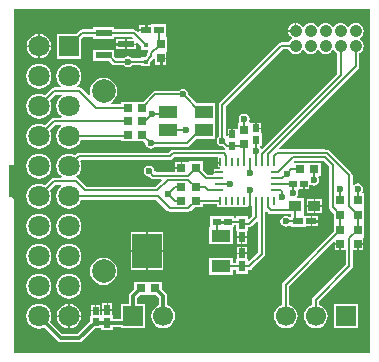
<source format=gtl>
%FSLAX43Y43*%
%MOMM*%
G71*
G01*
G75*
G04 Layer_Physical_Order=1*
G04 Layer_Color=255*
%ADD10R,0.650X0.500*%
%ADD11R,1.600X1.000*%
%ADD12R,2.500X3.000*%
%ADD13R,0.675X0.250*%
%ADD14R,0.250X0.675*%
%ADD15R,1.500X1.100*%
%ADD16R,0.400X0.400*%
%ADD17R,1.400X0.600*%
%ADD18R,0.650X0.800*%
%ADD19R,1.000X0.950*%
%ADD20R,0.600X0.900*%
%ADD21R,0.800X0.650*%
%ADD22R,0.500X0.650*%
%ADD23R,0.900X0.600*%
%ADD24C,0.254*%
%ADD25C,0.200*%
%ADD26C,0.300*%
%ADD27C,0.250*%
%ADD28C,1.700*%
%ADD29R,1.700X1.700*%
%ADD30C,1.800*%
%ADD31R,1.800X1.800*%
%ADD32C,1.050*%
%ADD33C,2.000*%
%ADD34C,0.600*%
G36*
X30596Y429D02*
X404D01*
Y13450D01*
X388Y13528D01*
X344Y13594D01*
X278Y13638D01*
X200Y13654D01*
X0D01*
Y16346D01*
X200D01*
X278Y16362D01*
X344Y16406D01*
X388Y16472D01*
X404Y16550D01*
Y29596D01*
X30596D01*
Y429D01*
D02*
G37*
%LPC*%
G36*
X5070Y9709D02*
X4796Y9673D01*
X4540Y9567D01*
X4321Y9399D01*
X4153Y9180D01*
X4047Y8924D01*
X4011Y8650D01*
X4047Y8376D01*
X4153Y8120D01*
X4321Y7901D01*
X4540Y7733D01*
X4796Y7627D01*
X5070Y7591D01*
X5344Y7627D01*
X5600Y7733D01*
X5819Y7901D01*
X5987Y8120D01*
X6093Y8376D01*
X6129Y8650D01*
X6093Y8924D01*
X5987Y9180D01*
X5819Y9399D01*
X5600Y9567D01*
X5344Y9673D01*
X5070Y9709D01*
D02*
G37*
G36*
X19638Y9475D02*
X19275D01*
Y8962D01*
X19638D01*
Y9475D01*
D02*
G37*
G36*
X20125D02*
X19763D01*
Y8962D01*
X20125D01*
Y9475D01*
D02*
G37*
G36*
X11637Y9038D02*
X10325D01*
Y7475D01*
X11637D01*
Y9038D01*
D02*
G37*
G36*
X13075D02*
X11762D01*
Y7475D01*
X13075D01*
Y9038D01*
D02*
G37*
G36*
X2530Y9709D02*
X2256Y9673D01*
X2000Y9567D01*
X1781Y9399D01*
X1613Y9180D01*
X1507Y8924D01*
X1471Y8650D01*
X1507Y8376D01*
X1613Y8120D01*
X1781Y7901D01*
X2000Y7733D01*
X2256Y7627D01*
X2530Y7591D01*
X2804Y7627D01*
X3060Y7733D01*
X3279Y7901D01*
X3447Y8120D01*
X3553Y8376D01*
X3589Y8650D01*
X3553Y8924D01*
X3447Y9180D01*
X3279Y9399D01*
X3060Y9567D01*
X2804Y9673D01*
X2530Y9709D01*
D02*
G37*
G36*
X27987Y9613D02*
X27600D01*
Y9150D01*
X27987D01*
Y9613D01*
D02*
G37*
G36*
X19638Y10238D02*
X19275D01*
Y9725D01*
X19638D01*
Y10238D01*
D02*
G37*
G36*
X20125D02*
X19763D01*
Y9725D01*
X20125D01*
Y10238D01*
D02*
G37*
G36*
X2530Y12249D02*
X2256Y12213D01*
X2000Y12107D01*
X1781Y11939D01*
X1613Y11720D01*
X1507Y11464D01*
X1471Y11190D01*
X1507Y10916D01*
X1613Y10660D01*
X1781Y10441D01*
X2000Y10273D01*
X2256Y10167D01*
X2530Y10131D01*
X2804Y10167D01*
X3060Y10273D01*
X3279Y10441D01*
X3447Y10660D01*
X3553Y10916D01*
X3589Y11190D01*
X3553Y11464D01*
X3447Y11720D01*
X3279Y11939D01*
X3060Y12107D01*
X2804Y12213D01*
X2530Y12249D01*
D02*
G37*
G36*
X29965Y9613D02*
X29577D01*
Y9150D01*
X29965D01*
Y9613D01*
D02*
G37*
G36*
X11637Y10725D02*
X10325D01*
Y9163D01*
X11637D01*
Y10725D01*
D02*
G37*
G36*
X13075D02*
X11762D01*
Y9163D01*
X13075D01*
Y10725D01*
D02*
G37*
G36*
X5008Y4596D02*
X4802Y4569D01*
X4553Y4465D01*
X4339Y4301D01*
X4175Y4087D01*
X4071Y3838D01*
X4044Y3632D01*
X5008D01*
Y4596D01*
D02*
G37*
G36*
X5133D02*
Y3632D01*
X6096D01*
X6069Y3838D01*
X5965Y4087D01*
X5801Y4301D01*
X5587Y4465D01*
X5338Y4569D01*
X5133Y4596D01*
D02*
G37*
G36*
X7263Y4495D02*
X6950D01*
Y4108D01*
X7263D01*
Y4495D01*
D02*
G37*
G36*
X5008Y3507D02*
X4044D01*
X4071Y3302D01*
X4175Y3053D01*
X4339Y2839D01*
X4553Y2675D01*
X4802Y2571D01*
X5008Y2544D01*
Y3507D01*
D02*
G37*
G36*
X6096D02*
X5133D01*
Y2544D01*
X5338Y2571D01*
X5587Y2675D01*
X5801Y2839D01*
X5965Y3053D01*
X6069Y3302D01*
X6096Y3507D01*
D02*
G37*
G36*
X29515Y4570D02*
X27515D01*
Y2570D01*
X29515D01*
Y4570D01*
D02*
G37*
G36*
X7700Y4495D02*
X7388D01*
Y4108D01*
X7700D01*
Y4495D01*
D02*
G37*
G36*
X5070Y7169D02*
X4796Y7133D01*
X4540Y7027D01*
X4321Y6859D01*
X4153Y6640D01*
X4047Y6384D01*
X4011Y6110D01*
X4047Y5836D01*
X4153Y5580D01*
X4321Y5361D01*
X4540Y5193D01*
X4796Y5087D01*
X5070Y5051D01*
X5344Y5087D01*
X5600Y5193D01*
X5819Y5361D01*
X5987Y5580D01*
X6093Y5836D01*
X6129Y6110D01*
X6093Y6384D01*
X5987Y6640D01*
X5819Y6859D01*
X5600Y7027D01*
X5344Y7133D01*
X5070Y7169D01*
D02*
G37*
G36*
X8000Y8540D02*
X7700Y8500D01*
X7420Y8385D01*
X7180Y8200D01*
X6995Y7960D01*
X6880Y7680D01*
X6840Y7380D01*
X6880Y7080D01*
X6995Y6800D01*
X7180Y6560D01*
X7420Y6375D01*
X7700Y6260D01*
X8000Y6220D01*
X8300Y6260D01*
X8580Y6375D01*
X8820Y6560D01*
X9005Y6800D01*
X9120Y7080D01*
X9160Y7380D01*
X9120Y7680D01*
X9005Y7960D01*
X8820Y8200D01*
X8580Y8385D01*
X8300Y8500D01*
X8000Y8540D01*
D02*
G37*
G36*
X11865Y6450D02*
Y6450D01*
X11775Y6450D01*
X11775D01*
D01*
X11685Y6450D01*
X11685Y6450D01*
Y6450D01*
X10575D01*
Y5830D01*
X10253Y5507D01*
X10175Y5392D01*
X10148Y5255D01*
Y4570D01*
X9505D01*
Y3377D01*
X8825D01*
Y3670D01*
X8750D01*
Y4057D01*
X7900D01*
Y3670D01*
X7825Y3670D01*
Y3670D01*
X7790D01*
X7700Y3760D01*
Y3983D01*
X6950D01*
Y3620D01*
X6875D01*
Y3150D01*
X5807Y2082D01*
X4523D01*
X3481Y3123D01*
X3553Y3296D01*
X3589Y3570D01*
X3553Y3844D01*
X3447Y4100D01*
X3279Y4319D01*
X3060Y4487D01*
X2804Y4593D01*
X2530Y4629D01*
X2256Y4593D01*
X2000Y4487D01*
X1781Y4319D01*
X1613Y4100D01*
X1507Y3844D01*
X1471Y3570D01*
X1507Y3296D01*
X1613Y3040D01*
X1781Y2821D01*
X2000Y2653D01*
X2256Y2547D01*
X2530Y2511D01*
X2804Y2547D01*
X2977Y2619D01*
X4123Y1473D01*
X4123Y1473D01*
X4123D01*
X4123Y1473D01*
X4123D01*
X4123Y1473D01*
Y1473D01*
Y1473D01*
D01*
D01*
X4123D01*
Y1473D01*
X4238Y1395D01*
X4375Y1368D01*
X5955D01*
X6092Y1395D01*
X6207Y1473D01*
X7305Y2570D01*
X7775D01*
D01*
X7775D01*
X7825Y2520D01*
Y2370D01*
X8825D01*
Y2663D01*
X9505D01*
Y2570D01*
X11505D01*
Y4570D01*
X10862D01*
Y5107D01*
X11155Y5400D01*
X11685D01*
X11685Y5400D01*
Y5400D01*
X11775Y5400D01*
X11775D01*
D01*
X11865Y5400D01*
X11865Y5400D01*
Y5400D01*
X12395D01*
X12688Y5107D01*
Y4505D01*
X12541Y4444D01*
X12332Y4283D01*
X12172Y4074D01*
X12071Y3831D01*
X12036Y3570D01*
X12071Y3309D01*
X12172Y3066D01*
X12332Y2857D01*
X12541Y2697D01*
X12784Y2596D01*
X13045Y2561D01*
X13306Y2596D01*
X13549Y2697D01*
X13758Y2857D01*
X13918Y3066D01*
X14019Y3309D01*
X14054Y3570D01*
X14019Y3831D01*
X13918Y4074D01*
X13758Y4283D01*
X13549Y4444D01*
X13402Y4505D01*
Y5255D01*
X13375Y5392D01*
X13297Y5507D01*
X12975Y5830D01*
Y6450D01*
X11865D01*
X11865Y6450D01*
D02*
G37*
G36*
X8263Y4695D02*
X7900D01*
Y4182D01*
X8263D01*
Y4695D01*
D02*
G37*
G36*
X8750D02*
X8388D01*
Y4182D01*
X8750D01*
Y4695D01*
D02*
G37*
G36*
X2530Y7169D02*
X2256Y7133D01*
X2000Y7027D01*
X1781Y6859D01*
X1613Y6640D01*
X1507Y6384D01*
X1471Y6110D01*
X1507Y5836D01*
X1613Y5580D01*
X1781Y5361D01*
X2000Y5193D01*
X2256Y5087D01*
X2530Y5051D01*
X2804Y5087D01*
X3060Y5193D01*
X3279Y5361D01*
X3447Y5580D01*
X3553Y5836D01*
X3589Y6110D01*
X3553Y6384D01*
X3447Y6640D01*
X3279Y6859D01*
X3060Y7027D01*
X2804Y7133D01*
X2530Y7169D01*
D02*
G37*
G36*
X3556Y26368D02*
X2592D01*
Y25404D01*
X2798Y25431D01*
X3047Y25535D01*
X3261Y25699D01*
X3425Y25913D01*
X3529Y26162D01*
X3556Y26368D01*
D02*
G37*
G36*
X9837Y26538D02*
X9075D01*
Y26175D01*
X9837D01*
Y26538D01*
D02*
G37*
G36*
X10725D02*
X9962D01*
Y26175D01*
X10725D01*
Y26538D01*
D02*
G37*
G36*
X2530Y24949D02*
X2256Y24913D01*
X2000Y24807D01*
X1781Y24639D01*
X1613Y24420D01*
X1507Y24164D01*
X1471Y23890D01*
X1507Y23616D01*
X1613Y23360D01*
X1781Y23141D01*
X2000Y22973D01*
X2256Y22867D01*
X2530Y22831D01*
X2804Y22867D01*
X3060Y22973D01*
X3279Y23141D01*
X3447Y23360D01*
X3553Y23616D01*
X3589Y23890D01*
X3553Y24164D01*
X3447Y24420D01*
X3279Y24639D01*
X3060Y24807D01*
X2804Y24913D01*
X2530Y24949D01*
D02*
G37*
G36*
X13300Y25337D02*
X12913D01*
Y24875D01*
X13300D01*
Y25337D01*
D02*
G37*
G36*
X2467Y26368D02*
X1504D01*
X1531Y26162D01*
X1635Y25913D01*
X1799Y25699D01*
X2013Y25535D01*
X2262Y25431D01*
X2467Y25404D01*
Y26368D01*
D02*
G37*
G36*
Y27456D02*
X2262Y27429D01*
X2013Y27325D01*
X1799Y27161D01*
X1635Y26947D01*
X1531Y26698D01*
X1504Y26493D01*
X2467D01*
Y27456D01*
D02*
G37*
G36*
X24198Y28382D02*
X24090Y28368D01*
X23932Y28303D01*
X23796Y28199D01*
X23692Y28063D01*
X23627Y27905D01*
X23613Y27798D01*
X24198D01*
Y28382D01*
D02*
G37*
G36*
X11512Y28225D02*
X11000D01*
Y27862D01*
X11512D01*
Y28225D01*
D02*
G37*
G36*
X29340Y28416D02*
X29164Y28393D01*
X29000Y28325D01*
X28859Y28216D01*
X28753Y28078D01*
X28626Y28078D01*
X28534Y28199D01*
X28398Y28303D01*
X28240Y28368D01*
X28132Y28382D01*
Y27735D01*
X28007D01*
Y28382D01*
X27900Y28368D01*
X27742Y28303D01*
X27606Y28199D01*
X27502Y28063D01*
X27499Y28054D01*
X27372D01*
X27368Y28063D01*
X27264Y28199D01*
X27128Y28303D01*
X26970Y28368D01*
X26862Y28382D01*
Y27735D01*
X26737D01*
Y28382D01*
X26630Y28368D01*
X26472Y28303D01*
X26336Y28199D01*
X26244Y28078D01*
X26117Y28078D01*
X26011Y28216D01*
X25870Y28325D01*
X25706Y28393D01*
X25530Y28416D01*
X25354Y28393D01*
X25190Y28325D01*
X25049Y28216D01*
X24943Y28078D01*
X24816Y28078D01*
X24724Y28199D01*
X24588Y28303D01*
X24430Y28368D01*
X24323Y28382D01*
Y27735D01*
X24260D01*
Y27673D01*
X23613D01*
X23627Y27565D01*
X23692Y27407D01*
X23796Y27271D01*
X23917Y27179D01*
Y27052D01*
X23779Y26946D01*
X23670Y26805D01*
X23656Y26771D01*
X23040D01*
X22923Y26748D01*
X22824Y26681D01*
X22824Y26681D01*
X17834Y21691D01*
X17767Y21592D01*
X17744Y21475D01*
X17744Y21475D01*
Y18787D01*
X17726Y18774D01*
X17626Y18626D01*
X17591Y18450D01*
X17626Y18274D01*
X17726Y18126D01*
X17874Y18026D01*
X18050Y17991D01*
X18072Y17996D01*
X18259Y17809D01*
Y17809D01*
D01*
Y17809D01*
X18259Y17809D01*
D01*
D01*
X18259D01*
X18259Y17809D01*
Y17809D01*
X18259Y17809D01*
Y17809D01*
X18296Y17784D01*
X18247Y17667D01*
X18175Y17681D01*
X18175Y17681D01*
X13850D01*
X13850Y17681D01*
X13733Y17658D01*
X13634Y17591D01*
X13473Y17431D01*
X5925D01*
X5808Y17408D01*
X5709Y17341D01*
X5568Y17200D01*
X5344Y17293D01*
X5070Y17329D01*
X4796Y17293D01*
X4540Y17187D01*
X4321Y17019D01*
X4153Y16800D01*
X4047Y16544D01*
X4011Y16270D01*
X4047Y15996D01*
X4153Y15740D01*
X4321Y15521D01*
X4445Y15426D01*
X4404Y15306D01*
X3800D01*
X3800Y15306D01*
X3683Y15283D01*
X3584Y15216D01*
X3584Y15216D01*
X3028Y14660D01*
X2804Y14753D01*
X2530Y14789D01*
X2256Y14753D01*
X2000Y14647D01*
X1781Y14479D01*
X1613Y14260D01*
X1507Y14004D01*
X1471Y13730D01*
X1507Y13456D01*
X1613Y13200D01*
X1781Y12981D01*
X2000Y12813D01*
X2256Y12707D01*
X2530Y12671D01*
X2804Y12707D01*
X3060Y12813D01*
X3279Y12981D01*
X3447Y13200D01*
X3553Y13456D01*
X3589Y13730D01*
X3553Y14004D01*
X3460Y14228D01*
X3927Y14694D01*
X4404D01*
X4445Y14574D01*
X4321Y14479D01*
X4153Y14260D01*
X4047Y14004D01*
X4011Y13730D01*
X4047Y13456D01*
X4153Y13200D01*
X4321Y12981D01*
X4540Y12813D01*
X4796Y12707D01*
X5070Y12671D01*
X5344Y12707D01*
X5600Y12813D01*
X5819Y12981D01*
X5987Y13200D01*
X6080Y13424D01*
X12468D01*
X13384Y12509D01*
X13384Y12509D01*
X13443Y12469D01*
X13483Y12442D01*
X13600Y12419D01*
X15175D01*
X15175Y12419D01*
X15292Y12442D01*
X15391Y12509D01*
X15708Y12825D01*
X16400D01*
Y13044D01*
X17575D01*
Y12800D01*
X20225D01*
Y12875D01*
X20338D01*
Y13438D01*
X20463D01*
Y12875D01*
X20575D01*
Y12800D01*
X20594D01*
Y12102D01*
X20317Y11825D01*
X20200Y11873D01*
Y12050D01*
X19200D01*
Y11881D01*
X19050D01*
Y12025D01*
X17050D01*
Y11125D01*
D01*
Y11125D01*
X17025Y11100D01*
X16950D01*
Y9700D01*
X18950D01*
Y11100D01*
D01*
Y11100D01*
X18975Y11125D01*
X19050D01*
Y11269D01*
X19200D01*
Y10750D01*
X19275D01*
Y10363D01*
X20125D01*
Y10750D01*
X20200D01*
Y11094D01*
X20325D01*
X20325Y11094D01*
X20442Y11117D01*
X20541Y11184D01*
X20977Y11619D01*
X21094Y11571D01*
Y8977D01*
X20317Y8200D01*
X20200Y8249D01*
Y8450D01*
X20125D01*
Y8837D01*
X19275D01*
Y8450D01*
X19200D01*
Y8106D01*
X18950D01*
Y8500D01*
X16950D01*
Y7100D01*
X18950D01*
Y7494D01*
X19200D01*
Y7150D01*
X20200D01*
Y7494D01*
X20350D01*
X20350Y7494D01*
X20467Y7517D01*
X20566Y7584D01*
X21616Y8634D01*
X21616Y8634D01*
X21683Y8733D01*
X21706Y8850D01*
X21706Y8850D01*
Y12396D01*
X21823Y12444D01*
X21934Y12334D01*
X21934Y12334D01*
X22033Y12267D01*
X22033Y12267D01*
X22033Y12267D01*
D01*
X22033Y12267D01*
X22033Y12267D01*
X22150Y12244D01*
X22150Y12244D01*
X23550D01*
Y12225D01*
X23850D01*
Y12100D01*
X23850D01*
Y11992D01*
X23738Y11932D01*
X23601Y12024D01*
X23425Y12059D01*
X23249Y12024D01*
X23101Y11924D01*
X23001Y11776D01*
X22966Y11600D01*
X23001Y11424D01*
X23101Y11276D01*
X23249Y11176D01*
X23425Y11141D01*
X23601Y11176D01*
X23738Y11268D01*
X23850Y11208D01*
Y11100D01*
X25150D01*
Y11175D01*
X25537D01*
Y11600D01*
Y12025D01*
X25150D01*
Y12100D01*
X24950D01*
Y12225D01*
X24950D01*
Y13575D01*
X24409D01*
X24349Y13687D01*
X24424Y13799D01*
X24459Y13975D01*
X24424Y14151D01*
X24399Y14188D01*
X24459Y14300D01*
X24525D01*
Y14375D01*
X24888D01*
Y14750D01*
X25013D01*
Y14375D01*
X25400D01*
Y14691D01*
X25512Y14751D01*
X25624Y14676D01*
X25800Y14641D01*
X25976Y14676D01*
X26124Y14776D01*
X26224Y14924D01*
X26259Y15100D01*
X26224Y15276D01*
X26165Y15363D01*
X26225Y15475D01*
X26400D01*
Y16525D01*
X25200D01*
D01*
X25200Y16525D01*
X25200D01*
Y16525D01*
D01*
X24124D01*
X24087Y16614D01*
X24157Y16719D01*
X26648D01*
X27094Y16273D01*
Y12825D01*
X27094Y12825D01*
X27117Y12708D01*
X27184Y12609D01*
X27525Y12267D01*
Y11575D01*
X27525Y11575D01*
X27525Y11475D01*
X27525D01*
Y10783D01*
X23219Y6476D01*
X23152Y6377D01*
X23129Y6260D01*
X23129Y6260D01*
Y4526D01*
X22931Y4443D01*
X22722Y4283D01*
X22562Y4074D01*
X22461Y3831D01*
X22426Y3570D01*
X22461Y3309D01*
X22562Y3066D01*
X22722Y2857D01*
X22931Y2697D01*
X23174Y2596D01*
X23435Y2561D01*
X23696Y2596D01*
X23939Y2697D01*
X24148Y2857D01*
X24309Y3066D01*
X24409Y3309D01*
X24444Y3570D01*
X24409Y3831D01*
X24309Y4074D01*
X24148Y4283D01*
X23939Y4443D01*
X23741Y4526D01*
Y6133D01*
X27483Y9875D01*
X27600Y9826D01*
Y9737D01*
X28050D01*
Y9675D01*
X28112D01*
Y9150D01*
X28494D01*
Y7927D01*
X25759Y5191D01*
X25692Y5092D01*
X25669Y4975D01*
X25669Y4975D01*
Y4526D01*
X25471Y4443D01*
X25262Y4283D01*
X25101Y4074D01*
X25001Y3831D01*
X24966Y3570D01*
X25001Y3309D01*
X25101Y3066D01*
X25262Y2857D01*
X25471Y2697D01*
X25714Y2596D01*
X25975Y2561D01*
X26236Y2596D01*
X26479Y2697D01*
X26688Y2857D01*
X26848Y3066D01*
X26949Y3309D01*
X26984Y3570D01*
X26949Y3831D01*
X26848Y4074D01*
X26688Y4283D01*
X26479Y4443D01*
X26281Y4526D01*
Y4848D01*
X29016Y7584D01*
X29016Y7584D01*
X29056Y7643D01*
X29083Y7683D01*
X29106Y7800D01*
Y9150D01*
X29452D01*
Y9675D01*
X29515D01*
Y9737D01*
X29965D01*
Y10200D01*
X29965D01*
Y10200D01*
X30040Y10275D01*
X30040D01*
Y11475D01*
D01*
Y11475D01*
X30040Y11475D01*
Y11575D01*
X30040D01*
Y12775D01*
D01*
Y12775D01*
X30040Y12775D01*
Y12775D01*
X30040D01*
X30040D01*
Y13975D01*
X29924D01*
X29864Y14087D01*
X29939Y14199D01*
X29974Y14375D01*
X29939Y14551D01*
X29839Y14699D01*
X29691Y14799D01*
X29515Y14834D01*
X29339Y14799D01*
X29193Y14701D01*
X29170Y14713D01*
X29081Y14773D01*
Y15520D01*
X29081Y15520D01*
X29058Y15637D01*
X28991Y15736D01*
X28991Y15736D01*
X27136Y17591D01*
X27037Y17658D01*
X26920Y17681D01*
X26920Y17681D01*
X26845D01*
X26842Y17683D01*
X26725Y17706D01*
X26725Y17706D01*
X22899D01*
X22851Y17823D01*
X29556Y24529D01*
X29623Y24628D01*
X29646Y24745D01*
X29646Y24745D01*
X29646Y24745D01*
Y24745D01*
Y25861D01*
X29680Y25875D01*
X29821Y25984D01*
X29930Y26125D01*
X29998Y26289D01*
X30021Y26465D01*
X29998Y26641D01*
X29930Y26805D01*
X29821Y26946D01*
X29704Y27037D01*
Y27163D01*
X29821Y27254D01*
X29930Y27395D01*
X29998Y27559D01*
X30021Y27735D01*
X29998Y27911D01*
X29930Y28075D01*
X29821Y28216D01*
X29680Y28325D01*
X29516Y28393D01*
X29340Y28416D01*
D02*
G37*
G36*
X2592Y27456D02*
Y26493D01*
X3556D01*
X3529Y26698D01*
X3425Y26947D01*
X3261Y27161D01*
X3047Y27325D01*
X2798Y27429D01*
X2592Y27456D01*
D02*
G37*
G36*
X9837Y27025D02*
X9075D01*
Y26663D01*
X9837D01*
Y27025D01*
D02*
G37*
G36*
X13325Y28300D02*
X12025D01*
Y28225D01*
X11637D01*
Y27800D01*
X11575D01*
Y27737D01*
X11000D01*
Y27699D01*
X10883Y27650D01*
X10766Y27766D01*
X10667Y27833D01*
X10550Y27856D01*
X10550Y27856D01*
X8900D01*
Y28050D01*
X7100D01*
Y27856D01*
X6190D01*
X6073Y27833D01*
X6033Y27806D01*
X5974Y27766D01*
X5974Y27766D01*
X5687Y27480D01*
X4020D01*
Y25380D01*
X6120D01*
Y27047D01*
X6317Y27244D01*
X7100D01*
Y27050D01*
X8900D01*
Y27244D01*
X10423D01*
X10525Y27142D01*
X10476Y27025D01*
X9962D01*
Y26663D01*
X10725D01*
Y26776D01*
X10842Y26825D01*
X11175Y26492D01*
Y26125D01*
X11730D01*
X11790Y26013D01*
X11742Y25942D01*
X11719Y25825D01*
X11719Y25825D01*
Y25702D01*
X11542Y25525D01*
X11175D01*
Y25431D01*
X10395D01*
X10382Y25449D01*
X10233Y25549D01*
X10058Y25584D01*
X9882Y25549D01*
X9733Y25449D01*
X9721Y25431D01*
X9080D01*
X8900Y25611D01*
Y26150D01*
X7100D01*
Y25150D01*
X8496D01*
X8737Y24909D01*
X8737Y24909D01*
X8796Y24869D01*
X8836Y24842D01*
X8953Y24819D01*
X9721D01*
X9733Y24801D01*
X9882Y24701D01*
X10058Y24666D01*
X10233Y24701D01*
X10382Y24801D01*
X10395Y24819D01*
X11175D01*
Y24725D01*
X11975D01*
Y25092D01*
X12241Y25359D01*
X12241Y25359D01*
X12278Y25414D01*
X12400Y25377D01*
Y24875D01*
X12788D01*
Y25400D01*
X12850D01*
Y25462D01*
X13300D01*
Y25925D01*
X13300D01*
Y25925D01*
X13375Y26000D01*
X13375D01*
Y27200D01*
X13325D01*
Y27300D01*
X13325D01*
Y28300D01*
D02*
G37*
G36*
X5070Y24949D02*
X4796Y24913D01*
X4540Y24807D01*
X4321Y24639D01*
X4153Y24420D01*
X4047Y24164D01*
X4011Y23890D01*
X4047Y23616D01*
X4153Y23360D01*
X4321Y23141D01*
X4406Y23076D01*
X4365Y22956D01*
X3830D01*
X3713Y22933D01*
X3614Y22866D01*
X3028Y22280D01*
X2804Y22373D01*
X2530Y22409D01*
X2256Y22373D01*
X2000Y22267D01*
X1781Y22099D01*
X1613Y21880D01*
X1507Y21624D01*
X1471Y21350D01*
X1507Y21076D01*
X1613Y20820D01*
X1781Y20601D01*
X2000Y20433D01*
X2256Y20327D01*
X2530Y20291D01*
X2804Y20327D01*
X3060Y20433D01*
X3279Y20601D01*
X3447Y20820D01*
X3553Y21076D01*
X3589Y21350D01*
X3553Y21624D01*
X3460Y21848D01*
X3957Y22344D01*
X4443D01*
X4484Y22224D01*
X4321Y22099D01*
X4153Y21880D01*
X4047Y21624D01*
X4011Y21350D01*
X4047Y21076D01*
X4153Y20820D01*
X4321Y20601D01*
X4451Y20501D01*
X4411Y20381D01*
X3795D01*
X3795Y20381D01*
X3678Y20358D01*
X3579Y20291D01*
X3579Y20291D01*
X3028Y19740D01*
X2804Y19833D01*
X2530Y19869D01*
X2256Y19833D01*
X2000Y19727D01*
X1781Y19559D01*
X1613Y19340D01*
X1507Y19084D01*
X1471Y18810D01*
X1507Y18536D01*
X1613Y18280D01*
X1781Y18061D01*
X2000Y17893D01*
X2256Y17787D01*
X2530Y17751D01*
X2804Y17787D01*
X3060Y17893D01*
X3279Y18061D01*
X3447Y18280D01*
X3553Y18536D01*
X3589Y18810D01*
X3553Y19084D01*
X3460Y19308D01*
X3922Y19769D01*
X4398D01*
X4438Y19649D01*
X4321Y19559D01*
X4153Y19340D01*
X4047Y19084D01*
X4011Y18810D01*
X4047Y18536D01*
X4153Y18280D01*
X4321Y18061D01*
X4540Y17893D01*
X4796Y17787D01*
X5070Y17751D01*
X5344Y17787D01*
X5600Y17893D01*
X5819Y18061D01*
X5987Y18280D01*
X6080Y18504D01*
X9475D01*
Y18400D01*
X10585D01*
X10585Y18400D01*
Y18400D01*
X10675Y18400D01*
X10675D01*
D01*
X10765Y18400D01*
X10765Y18400D01*
Y18400D01*
X11367D01*
X11546Y18222D01*
X11541Y18200D01*
X11576Y18024D01*
X11676Y17876D01*
X11825Y17776D01*
X12000Y17741D01*
X12176Y17776D01*
X12325Y17876D01*
X12337Y17894D01*
X15050D01*
X15050Y17894D01*
X15167Y17917D01*
X15266Y17984D01*
X15883Y18600D01*
X17425D01*
Y20010D01*
X17425Y20010D01*
X17425D01*
X17425Y20100D01*
Y20100D01*
Y20100D01*
X17425Y20190D01*
X17425Y20190D01*
X17425D01*
Y21600D01*
X15883D01*
X15154Y22328D01*
X15159Y22350D01*
X15124Y22526D01*
X15024Y22674D01*
X14876Y22774D01*
X14700Y22809D01*
X14524Y22774D01*
X14376Y22674D01*
X14363Y22656D01*
X12400D01*
X12400Y22656D01*
X12283Y22633D01*
X12184Y22566D01*
X12184Y22566D01*
X11367Y21750D01*
X10765D01*
X10765Y21750D01*
Y21750D01*
X10675Y21750D01*
X10675D01*
D01*
X10585Y21750D01*
X10585Y21750D01*
Y21750D01*
X9475D01*
Y21531D01*
X8667D01*
X8626Y21651D01*
X8820Y21800D01*
X9005Y22040D01*
X9120Y22320D01*
X9160Y22620D01*
X9120Y22920D01*
X9005Y23200D01*
X8820Y23440D01*
X8580Y23625D01*
X8300Y23740D01*
X8000Y23780D01*
X7700Y23740D01*
X7420Y23625D01*
X7180Y23440D01*
X6995Y23200D01*
X6880Y22920D01*
X6840Y22620D01*
X6879Y22324D01*
X6829Y22299D01*
X6762Y22271D01*
X6166Y22866D01*
X6067Y22933D01*
X5950Y22956D01*
X5950Y22956D01*
X5775D01*
X5734Y23076D01*
X5819Y23141D01*
X5987Y23360D01*
X6093Y23616D01*
X6129Y23890D01*
X6093Y24164D01*
X5987Y24420D01*
X5819Y24639D01*
X5600Y24807D01*
X5344Y24913D01*
X5070Y24949D01*
D02*
G37*
G36*
X25787Y12837D02*
X25225D01*
Y12300D01*
X25787D01*
Y12837D01*
D02*
G37*
G36*
X26475D02*
X25912D01*
Y12300D01*
X26475D01*
Y12837D01*
D02*
G37*
G36*
X25787Y13500D02*
X25225D01*
Y12962D01*
X25787D01*
Y13500D01*
D02*
G37*
G36*
X5070Y12249D02*
X4796Y12213D01*
X4540Y12107D01*
X4321Y11939D01*
X4153Y11720D01*
X4047Y11464D01*
X4011Y11190D01*
X4047Y10916D01*
X4153Y10660D01*
X4321Y10441D01*
X4540Y10273D01*
X4796Y10167D01*
X5070Y10131D01*
X5344Y10167D01*
X5600Y10273D01*
X5819Y10441D01*
X5987Y10660D01*
X6093Y10916D01*
X6129Y11190D01*
X6093Y11464D01*
X5987Y11720D01*
X5819Y11939D01*
X5600Y12107D01*
X5344Y12213D01*
X5070Y12249D01*
D02*
G37*
G36*
X26175Y11537D02*
X25662D01*
Y11175D01*
X26175D01*
Y11537D01*
D02*
G37*
G36*
Y12025D02*
X25662D01*
Y11662D01*
X26175D01*
Y12025D01*
D02*
G37*
G36*
X26475Y13500D02*
X25912D01*
Y12962D01*
X26475D01*
Y13500D01*
D02*
G37*
G36*
X2530Y17329D02*
X2256Y17293D01*
X2000Y17187D01*
X1781Y17019D01*
X1613Y16800D01*
X1507Y16544D01*
X1471Y16270D01*
X1507Y15996D01*
X1613Y15740D01*
X1781Y15521D01*
X2000Y15353D01*
X2256Y15247D01*
X2530Y15211D01*
X2804Y15247D01*
X3060Y15353D01*
X3279Y15521D01*
X3447Y15740D01*
X3553Y15996D01*
X3589Y16270D01*
X3553Y16544D01*
X3447Y16800D01*
X3279Y17019D01*
X3060Y17187D01*
X2804Y17293D01*
X2530Y17329D01*
D02*
G37*
%LPD*%
G36*
X23670Y26125D02*
X23779Y25984D01*
X23920Y25875D01*
X24084Y25807D01*
X24260Y25784D01*
X24436Y25807D01*
X24600Y25875D01*
X24741Y25984D01*
X24831Y26101D01*
X24958D01*
X25049Y25984D01*
X25190Y25875D01*
X25354Y25807D01*
X25530Y25784D01*
X25706Y25807D01*
X25870Y25875D01*
X26011Y25984D01*
X26101Y26101D01*
X26229D01*
X26319Y25984D01*
X26460Y25875D01*
X26624Y25807D01*
X26800Y25784D01*
X26976Y25807D01*
X27140Y25875D01*
X27281Y25984D01*
X27372Y26101D01*
X27499D01*
X27589Y25984D01*
X27730Y25875D01*
X27764Y25861D01*
Y24097D01*
X21420Y17752D01*
X21293Y17765D01*
X21224Y17868D01*
X21209Y17878D01*
X21246Y18000D01*
X21375D01*
Y19050D01*
X21300D01*
Y19413D01*
X20925D01*
Y19475D01*
X20862D01*
Y19925D01*
X20550D01*
Y19925D01*
X20450D01*
X20425Y19950D01*
Y19950D01*
X20359D01*
X20299Y20062D01*
X20324Y20099D01*
X20359Y20275D01*
X20324Y20451D01*
X20224Y20599D01*
X20076Y20699D01*
X19900Y20734D01*
X19724Y20699D01*
X19576Y20599D01*
X19476Y20451D01*
X19441Y20275D01*
X19476Y20099D01*
X19501Y20062D01*
X19441Y19950D01*
X19375D01*
Y19425D01*
X19250D01*
Y19425D01*
X18938D01*
Y18975D01*
X18875D01*
Y18912D01*
X18500D01*
Y18805D01*
X18458Y18792D01*
X18356Y18868D01*
Y21348D01*
X23167Y26159D01*
X23656D01*
X23670Y26125D01*
D02*
G37*
G36*
X17650Y16625D02*
X17900D01*
Y16500D01*
X17650D01*
Y16200D01*
X17900D01*
Y16000D01*
X17325D01*
Y15812D01*
X17887D01*
Y15687D01*
X17325D01*
Y15575D01*
X17250D01*
Y15556D01*
X16827D01*
X16400Y15983D01*
Y16675D01*
X15200D01*
Y16600D01*
X15125D01*
Y16600D01*
X14663D01*
Y16150D01*
X14600D01*
Y16087D01*
X14075D01*
Y15781D01*
X12656D01*
X12309Y15850D01*
X12274Y16026D01*
X12174Y16174D01*
X12026Y16274D01*
X11850Y16309D01*
X11674Y16274D01*
X11526Y16174D01*
X11426Y16026D01*
X11391Y15850D01*
X11426Y15674D01*
X11526Y15526D01*
X11674Y15426D01*
X11850Y15391D01*
X11872Y15396D01*
X12009Y15259D01*
X12009Y15259D01*
X12108Y15192D01*
X12225Y15169D01*
X12225Y15169D01*
X12871D01*
X12919Y15052D01*
X12398Y14531D01*
X6577D01*
X5891Y15216D01*
X5792Y15283D01*
X5717Y15297D01*
X5689Y15421D01*
X5819Y15521D01*
X5987Y15740D01*
X6093Y15996D01*
X6129Y16270D01*
X6093Y16544D01*
X6023Y16714D01*
X6093Y16819D01*
X13600D01*
X13600Y16819D01*
X13717Y16842D01*
X13816Y16909D01*
X13977Y17069D01*
X17650D01*
Y16625D01*
D02*
G37*
%LPC*%
G36*
X21300Y19925D02*
X20987D01*
Y19538D01*
X21300D01*
Y19925D01*
D02*
G37*
G36*
X18813Y19425D02*
X18500D01*
Y19037D01*
X18813D01*
Y19425D01*
D02*
G37*
G36*
X14538Y16600D02*
X14075D01*
Y16212D01*
X14538D01*
Y16600D01*
D02*
G37*
%LPD*%
D10*
X18525Y11575D02*
D03*
X17575D02*
D03*
X24000Y14750D02*
D03*
X24950D02*
D03*
D11*
X17950Y10400D02*
D03*
Y7800D02*
D03*
D12*
X11700Y9100D02*
D03*
D13*
X22512Y14250D02*
D03*
Y14750D02*
D03*
Y15250D02*
D03*
Y15750D02*
D03*
X17787D02*
D03*
Y15250D02*
D03*
Y14750D02*
D03*
Y14250D02*
D03*
D14*
X22400Y16663D02*
D03*
X21900D02*
D03*
X21400D02*
D03*
X20900D02*
D03*
X20400D02*
D03*
X19900D02*
D03*
X19400D02*
D03*
X18900D02*
D03*
X18400D02*
D03*
X17900D02*
D03*
Y13337D02*
D03*
X18400D02*
D03*
X18900D02*
D03*
X19400D02*
D03*
X19900D02*
D03*
X20400D02*
D03*
X20900D02*
D03*
X21400D02*
D03*
X21900D02*
D03*
X22400D02*
D03*
D15*
X13475Y19350D02*
D03*
X16475D02*
D03*
Y20850D02*
D03*
X13475D02*
D03*
D16*
X11575Y26525D02*
D03*
Y25125D02*
D03*
D17*
X8000Y27550D02*
D03*
Y25650D02*
D03*
X9900Y26600D02*
D03*
D18*
X19900Y18150D02*
D03*
Y19350D02*
D03*
X28050Y10875D02*
D03*
Y9675D02*
D03*
Y12175D02*
D03*
Y13375D02*
D03*
X29515Y10875D02*
D03*
Y9675D02*
D03*
Y12175D02*
D03*
Y13375D02*
D03*
X12850Y26600D02*
D03*
Y25400D02*
D03*
D19*
X24250Y12900D02*
D03*
X25850D02*
D03*
D20*
X19700Y10300D02*
D03*
Y11400D02*
D03*
X8325Y4120D02*
D03*
Y3020D02*
D03*
X19700Y8900D02*
D03*
Y7800D02*
D03*
D21*
X12375Y5925D02*
D03*
X11175D02*
D03*
X14600Y13350D02*
D03*
X15800D02*
D03*
X14600Y14500D02*
D03*
X15800D02*
D03*
X10075Y20075D02*
D03*
X11275D02*
D03*
X10075Y21225D02*
D03*
X11275D02*
D03*
X10075Y18925D02*
D03*
X11275D02*
D03*
X25800Y16000D02*
D03*
X24600D02*
D03*
X15800Y16150D02*
D03*
X14600D02*
D03*
D22*
X18875Y18975D02*
D03*
Y18025D02*
D03*
X20925Y18525D02*
D03*
Y19475D02*
D03*
X7325Y4045D02*
D03*
Y3095D02*
D03*
D23*
X24500Y11600D02*
D03*
X25600D02*
D03*
X11575Y27800D02*
D03*
X12675D02*
D03*
D24*
X17850Y11575D02*
X18225D01*
D25*
X23435Y3570D02*
Y6260D01*
X28050Y10875D01*
X25975Y4975D02*
X28800Y7800D01*
X25975Y3570D02*
Y4975D01*
X28800Y10160D02*
X29515Y10875D01*
X28800Y7800D02*
Y10160D01*
X22650Y17400D02*
X26725D01*
X26750Y17375D01*
X26920D01*
X28775Y15520D01*
X24025Y17025D02*
X26775D01*
X27400Y16400D01*
Y12825D02*
Y16400D01*
X25800Y15100D02*
Y16000D01*
X27400Y12825D02*
X28050Y12175D01*
X23125Y13675D02*
Y14125D01*
X23000Y14250D02*
X23125Y14125D01*
X22412Y14250D02*
X23000D01*
X24000Y13975D02*
Y14750D01*
X13475Y19350D02*
X14950D01*
X13850Y17375D02*
X18175D01*
X13600Y17125D02*
X13850Y17375D01*
X5925Y17125D02*
X13600D01*
X5070Y16270D02*
X5925Y17125D01*
X18175Y17375D02*
X18400Y17150D01*
X11850Y15850D02*
X12225Y15475D01*
X28775Y12915D02*
Y15520D01*
Y12915D02*
X29515Y12175D01*
Y13375D02*
Y14375D01*
X28050Y13375D02*
Y14375D01*
X23425Y11600D02*
X24500D01*
X20650Y9000D02*
Y10300D01*
X20550Y8900D02*
X20650Y9000D01*
X19700Y8900D02*
X20550D01*
X20350Y7800D02*
X21400Y8850D01*
X17950Y7800D02*
X20350D01*
X19700Y10300D02*
X20650D01*
X20900Y11975D02*
Y13438D01*
X20325Y11400D02*
X20900Y11975D01*
X19700Y11400D02*
X20325D01*
X18525Y11575D02*
X19525D01*
X19700Y11400D01*
X29515Y8635D02*
Y9675D01*
X28050Y8635D02*
Y9675D01*
X12225Y15475D02*
X15125D01*
X15800Y16150D01*
X29340Y24745D02*
Y26465D01*
X21900Y17305D02*
X29340Y24745D01*
X21900Y16560D02*
Y17305D01*
X28070Y23970D02*
Y26465D01*
X21400Y17300D02*
X28070Y23970D01*
X21400Y16560D02*
Y17300D01*
X23040Y26465D02*
X24260D01*
X18050Y21475D02*
X23040Y26465D01*
X18050Y18450D02*
Y21475D01*
X9725Y9100D02*
X11700D01*
X20400Y13438D02*
Y14250D01*
X18400Y16560D02*
Y17150D01*
X14700Y22350D02*
X16200Y20850D01*
X12400Y22350D02*
X14700D01*
X11275Y21225D02*
X12400Y22350D01*
X16200Y19350D02*
X16475D01*
X15050Y18200D02*
X16200Y19350D01*
X12000Y18200D02*
X15050D01*
X11275Y18925D02*
X12000Y18200D01*
X13301Y20676D02*
X13475Y20850D01*
X12126Y20676D02*
X13301D01*
X12076D02*
X12126D01*
X11475Y20075D02*
X12076Y20676D01*
X11275Y20075D02*
X11475D01*
X16200Y20850D02*
X16475D01*
X16875Y14250D02*
X17887D01*
X16625Y14500D02*
X16875Y14250D01*
X15800Y14500D02*
X16625D01*
X3795Y20075D02*
X10075D01*
X2530Y18810D02*
X3795Y20075D01*
X5950Y22650D02*
X7375Y21225D01*
X2530Y21350D02*
X3830Y22650D01*
X7375Y21225D02*
X10075D01*
X3830Y22650D02*
X5950D01*
X5070Y18810D02*
X9960D01*
X10075Y18925D01*
X24950Y14000D02*
Y14750D01*
X17887Y14750D02*
X18675D01*
X13575Y16150D02*
X14600D01*
X15800D02*
X16700Y15250D01*
X17887D01*
X23875Y16000D02*
X24600D01*
X23525Y15650D02*
X23875Y16000D01*
X23125Y15250D02*
X23525Y15650D01*
X22412Y15250D02*
X23125D01*
X22750Y15750D02*
X24025Y17025D01*
X22400Y15750D02*
X22750D01*
X3800Y15000D02*
X5675D01*
X13425Y15125D02*
X15175D01*
X5675Y15000D02*
X6450Y14225D01*
X12525D01*
X13425Y15125D01*
X13600Y12725D02*
X15175D01*
X12595Y13730D02*
X13600Y12725D01*
X5070Y13730D02*
X12595D01*
X2530D02*
X3800Y15000D01*
X15175Y15125D02*
X15800Y14500D01*
X15175Y12725D02*
X15800Y13350D01*
X14075D02*
X14600D01*
X13475Y13950D02*
X14075Y13350D01*
X13475Y13950D02*
X14025Y14500D01*
X14600D01*
X17813Y13350D02*
X17900Y13438D01*
X15800Y13350D02*
X17813D01*
X16812Y16562D02*
X17900D01*
X18050Y18450D02*
X18475Y18025D01*
X18050Y18450D02*
Y18450D01*
X18475Y18025D02*
X18875D01*
X19775D02*
X19900Y18150D01*
X18875Y18025D02*
X19775D01*
X19900Y19350D02*
Y20275D01*
X18875Y18975D02*
Y19900D01*
X20400Y15700D02*
Y16562D01*
X20900D02*
Y18525D01*
X19900Y16562D02*
Y18150D01*
X29515Y10875D02*
Y12175D01*
X28050Y10875D02*
Y12175D01*
X24000Y14750D02*
X24000Y14750D01*
X22412Y14750D02*
X24000D01*
X22150Y12550D02*
X23900D01*
X21900Y13438D02*
Y13440D01*
X24250Y11850D02*
X24500Y11600D01*
X24250Y11850D02*
Y12900D01*
X23900Y12550D02*
X24250Y12900D01*
X21900Y12800D02*
X22150Y12550D01*
X21900Y12800D02*
Y13438D01*
X21400Y8850D02*
Y13438D01*
X17575Y10775D02*
X17950Y10400D01*
X17575Y10775D02*
Y11575D01*
X10058Y25125D02*
X11575D01*
X8953D02*
X10058D01*
X11575D02*
X12025Y25575D01*
Y25825D01*
X12675Y26475D01*
Y27800D01*
X8428Y25650D02*
X8953Y25125D01*
X8000Y25650D02*
X8428D01*
X6190Y27550D02*
X8000D01*
X5070Y26430D02*
X6190Y27550D01*
X8000D02*
X10550D01*
X11575Y26525D01*
X22400Y17150D02*
X22650Y17400D01*
X22400Y16560D02*
Y17150D01*
D26*
X13045Y3570D02*
Y5255D01*
X12375Y5925D02*
X13045Y5255D01*
X10505Y5255D02*
X11175Y5925D01*
X10505Y3570D02*
Y5255D01*
X7250Y3020D02*
X8325D01*
X2530Y3570D02*
X4375Y1725D01*
X9955Y3020D02*
X10505Y3570D01*
X8325Y3020D02*
X9955D01*
X5955Y1725D02*
X7250Y3020D01*
X4375Y1725D02*
X5955D01*
D27*
X26325Y11600D02*
X26675Y11950D01*
X25600Y11600D02*
X26325D01*
X8450Y26600D02*
X9900D01*
X11575Y27800D02*
Y28725D01*
X12850Y24375D02*
Y25400D01*
D28*
X23435Y3570D02*
D03*
X25975D02*
D03*
X13045Y3570D02*
D03*
D29*
X28515Y3570D02*
D03*
X10505Y3570D02*
D03*
D30*
X2530Y26430D02*
D03*
X5070Y21350D02*
D03*
X2530D02*
D03*
Y23890D02*
D03*
X5070D02*
D03*
X2530Y3570D02*
D03*
Y6110D02*
D03*
X5070D02*
D03*
X2530Y13730D02*
D03*
X5070Y11190D02*
D03*
X2530D02*
D03*
Y8650D02*
D03*
X5070Y13730D02*
D03*
Y8650D02*
D03*
Y16270D02*
D03*
X2530Y18810D02*
D03*
X5070D02*
D03*
X2530Y16270D02*
D03*
X5070Y3570D02*
D03*
D31*
Y26430D02*
D03*
D32*
X24260Y27735D02*
D03*
Y26465D02*
D03*
X29340D02*
D03*
X28070D02*
D03*
X26800D02*
D03*
X25530D02*
D03*
Y27735D02*
D03*
X26800D02*
D03*
X28070D02*
D03*
X29340D02*
D03*
D33*
X8000Y7380D02*
D03*
Y22620D02*
D03*
D34*
X25800Y15100D02*
D03*
X23125Y13675D02*
D03*
X24000Y13975D02*
D03*
X14950Y19350D02*
D03*
X20625Y9750D02*
D03*
X6675Y16075D02*
D03*
X11850Y15850D02*
D03*
X29515Y14375D02*
D03*
X28050D02*
D03*
X23425Y11600D02*
D03*
X29515Y8635D02*
D03*
X28050D02*
D03*
X20900Y17544D02*
D03*
X9725Y9100D02*
D03*
X20400Y14250D02*
D03*
X14700Y22350D02*
D03*
X12000Y18200D02*
D03*
X12076Y20676D02*
D03*
X24950Y14000D02*
D03*
X18675Y14750D02*
D03*
X13575Y16150D02*
D03*
X23525Y15650D02*
D03*
X13475Y13950D02*
D03*
X16812Y16562D02*
D03*
X18050Y18450D02*
D03*
X19900Y20275D02*
D03*
X18875Y19900D02*
D03*
X20400Y15700D02*
D03*
X26675Y11950D02*
D03*
X7750Y5175D02*
D03*
X10058Y25125D02*
D03*
X8450Y26600D02*
D03*
X11575Y28725D02*
D03*
X12850Y24375D02*
D03*
M02*

</source>
